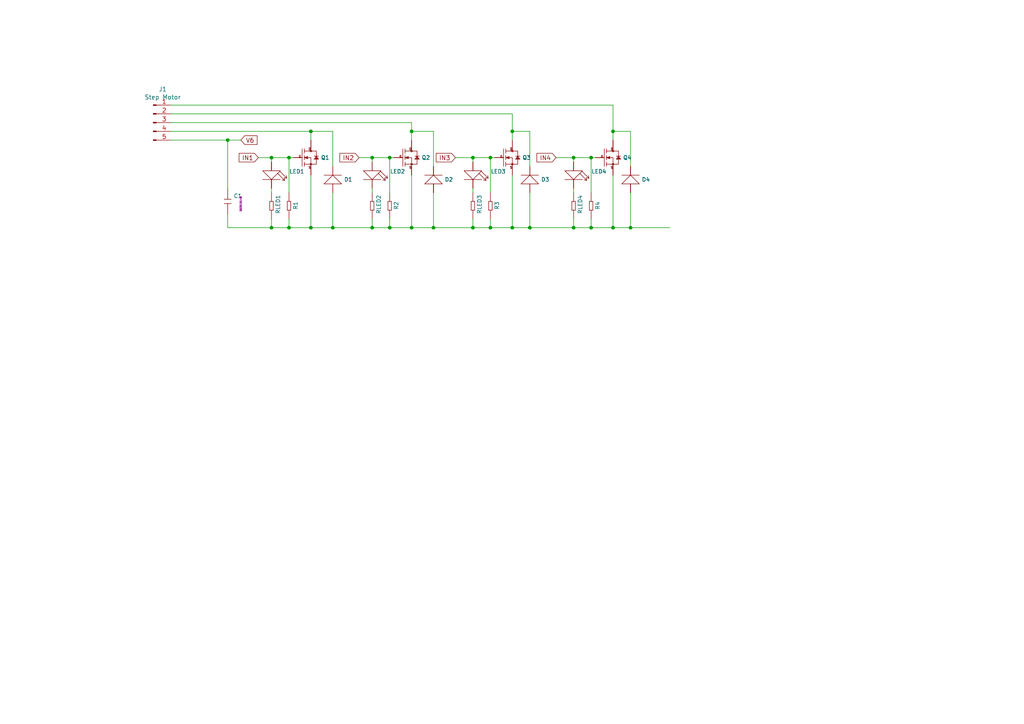
<source format=kicad_sch>
(kicad_sch (version 20231120) (generator "eeschema") (generator_version "8.0")
  (paper "A4")
  (lib_symbols
    (symbol "ULN2803-Mosfet-S2-Mini-rescue:CERAMIC-2.2UF-25V-10%-X7R_0805_-OPL_Capacitor" (pin_numbers hide) (pin_names (offset 1.016) hide)
      (property "Reference" "C" (at -3.81 1.27 0))
      (property "Value" "OPL_Capacitor_CERAMIC-2.2UF-25V-10%-X7R_0805_" (at -3.81 -2.54 0))
      (property "SKU" "302010148" (at 0.762 3.81 0))
      (symbol "CERAMIC-2.2UF-25V-10%-X7R_0805_-OPL_Capacitor_1_0"
        (polyline (pts (xy -1.27 0) (xy -0.635 0)))
        (polyline (pts (xy -0.635 -1.016) (xy -0.635 0)))
        (polyline (pts (xy -0.635 0) (xy -0.635 1.016)))
        (polyline (pts (xy 0.635 0) (xy 0.635 -1.016)))
        (polyline (pts (xy 0.635 0) (xy 1.27 0)))
        (polyline (pts (xy 0.635 1.016) (xy 0.635 0)))
      )
      (symbol "CERAMIC-2.2UF-25V-10%-X7R_0805_-OPL_Capacitor_1_1"
        (pin passive line (at -3.81 0 0) (length 2.54) (name "1") (number "1"))
        (pin passive line (at 3.81 0 180) (length 2.54) (name "2") (number "2"))
      )
    )
    (symbol "ULN2803-Mosfet-S2-Mini-rescue:Conn_01x05_Male-Connector" (pin_names (offset 1.016) hide)
      (property "Reference" "J" (at 0 7.62 0))
      (property "Value" "Connector_Conn_01x05_Male" (at 0 -7.62 0))
      (symbol "Conn_01x05_Male-Connector_1_1"
        (polyline (pts (xy 1.27 -5.08) (xy 0.8636 -5.08)) (stroke (width 0.1524)))
        (polyline (pts (xy 1.27 -2.54) (xy 0.8636 -2.54)) (stroke (width 0.1524)))
        (polyline (pts (xy 1.27 0) (xy 0.8636 0)) (stroke (width 0.1524)))
        (polyline (pts (xy 1.27 2.54) (xy 0.8636 2.54)) (stroke (width 0.1524)))
        (polyline (pts (xy 1.27 5.08) (xy 0.8636 5.08)) (stroke (width 0.1524)))
        (rectangle (start 0.8636 -4.953) (end 0 -5.207) (stroke (width 0.1524)) (fill (type outline)))
        (rectangle (start 0.8636 -2.413) (end 0 -2.667) (stroke (width 0.1524)) (fill (type outline)))
        (rectangle (start 0.8636 0.127) (end 0 -0.127) (stroke (width 0.1524)) (fill (type outline)))
        (rectangle (start 0.8636 2.667) (end 0 2.413) (stroke (width 0.1524)) (fill (type outline)))
        (rectangle (start 0.8636 5.207) (end 0 4.953) (stroke (width 0.1524)) (fill (type outline)))
        (pin passive line (at 5.08 5.08 180) (length 3.81) (name "Pin_1") (number "1"))
        (pin passive line (at 5.08 2.54 180) (length 3.81) (name "Pin_2") (number "2"))
        (pin passive line (at 5.08 0 180) (length 3.81) (name "Pin_3") (number "3"))
        (pin passive line (at 5.08 -2.54 180) (length 3.81) (name "Pin_4") (number "4"))
        (pin passive line (at 5.08 -5.08 180) (length 3.81) (name "Pin_5") (number "5"))
      )
    )
    (symbol "ULN2803-Mosfet-S2-Mini-rescue:SMD-DIODE-SCHOTTKY-20V-1A_SOD-123_-OPL_Discrete" (pin_numbers hide) (pin_names (offset 1.016) hide)
      (property "Reference" "D" (at -3.81 2.54 0))
      (property "Value" "OPL_Discrete_SMD-DIODE-SCHOTTKY-20V-1A_SOD-123_" (at -3.81 -3.81 0))
      (symbol "SMD-DIODE-SCHOTTKY-20V-1A_SOD-123_-OPL_Discrete_1_0"
        (polyline (pts (xy -1.27 -2.54) (xy -1.27 2.54)))
        (polyline (pts (xy -1.27 -2.54) (xy 1.27 0)))
        (polyline (pts (xy -1.27 2.54) (xy 1.27 0)))
        (polyline (pts (xy 1.27 2.54) (xy 1.27 -2.54)))
      )
      (symbol "SMD-DIODE-SCHOTTKY-20V-1A_SOD-123_-OPL_Discrete_1_1"
        (pin passive line (at -3.81 0 0) (length 2.54) (name "+") (number "1"))
        (pin passive line (at 3.81 0 180) (length 2.54) (name "-") (number "2"))
      )
    )
    (symbol "ULN2803-Mosfet-S2-Mini-rescue:SMD-LED-CLEAR-RED_0805_-OPL_Opto" (pin_numbers hide) (pin_names (offset 1.016) hide)
      (property "Reference" "D" (at -7.62 1.27 0))
      (property "Value" "OPL_Opto_SMD-LED-CLEAR-RED_0805_" (at -5.08 -5.08 0))
      (symbol "SMD-LED-CLEAR-RED_0805_-OPL_Opto_1_0"
        (polyline (pts (xy -1.27 -2.54) (xy -1.27 2.54)))
        (polyline (pts (xy -1.27 2.54) (xy -1.143 2.413)))
        (polyline (pts (xy -1.143 2.413) (xy -0.508 1.778)))
        (polyline (pts (xy -1.143 2.413) (xy 0.889 4.445)))
        (polyline (pts (xy -0.508 1.778) (xy 1.27 0)))
        (polyline (pts (xy -0.508 1.778) (xy 1.524 3.81)))
        (polyline (pts (xy 0.889 4.445) (xy 0.127 4.318)))
        (polyline (pts (xy 0.889 4.445) (xy 0.762 3.683)))
        (polyline (pts (xy 1.27 0) (xy -1.27 -2.54)))
        (polyline (pts (xy 1.27 2.54) (xy 1.27 -2.54)))
        (polyline (pts (xy 1.524 3.81) (xy 0.762 3.683)))
        (polyline (pts (xy 1.524 3.81) (xy 1.397 3.048)))
      )
      (symbol "SMD-LED-CLEAR-RED_0805_-OPL_Opto_1_1"
        (pin passive line (at -3.81 0 0) (length 2.54) (name "+") (number "1"))
        (pin passive line (at 3.81 0 180) (length 2.54) (name "-") (number "2"))
      )
    )
    (symbol "ULN2803-Mosfet-S2-Mini-rescue:SMD-MOSFET-N-CH-20V-2.1A-CJ2302_SOT-23_-OPL_Discrete" (pin_numbers hide) (pin_names (offset 1.016) hide)
      (property "Reference" "Q" (at -3.81 2.54 0))
      (property "Value" "OPL_Discrete_SMD-MOSFET-N-CH-20V-2.1A-CJ2302_SOT-23_" (at 0 2.54 0))
      (symbol "SMD-MOSFET-N-CH-20V-2.1A-CJ2302_SOT-23_-OPL_Discrete_1_0"
        (polyline (pts (xy -2.54 2.54) (xy -2.54 -2.54)))
        (polyline (pts (xy -1.905 -2.54) (xy -1.905 -1.905)))
        (polyline (pts (xy -1.905 -1.905) (xy -1.905 -1.27)))
        (polyline (pts (xy -1.905 -1.905) (xy 0 -1.905)))
        (polyline (pts (xy -1.905 0) (xy -1.905 -0.635)))
        (polyline (pts (xy -1.905 0) (xy -0.9398 -0.3048)))
        (polyline (pts (xy -1.905 0) (xy -0.9398 0.3048)))
        (polyline (pts (xy -1.905 0.635) (xy -1.905 0)))
        (polyline (pts (xy -1.905 1.905) (xy -1.905 1.27)))
        (polyline (pts (xy -1.905 1.905) (xy 0 1.905)))
        (polyline (pts (xy -1.905 2.54) (xy -1.905 1.905)))
        (polyline (pts (xy -1.5748 0) (xy -0.9398 -0.3048)))
        (polyline (pts (xy -0.9398 -0.3048) (xy -1.397 0.127)))
        (polyline (pts (xy -0.9398 -0.3048) (xy -0.9398 0.3048)))
        (polyline (pts (xy -0.9398 0.3048) (xy -1.5748 0)))
        (polyline (pts (xy 0 -1.905) (xy 0 -2.54)))
        (polyline (pts (xy 0 0) (xy -1.5748 0)))
        (polyline (pts (xy 0 0) (xy 0 -1.905)))
        (polyline (pts (xy 0 1.905) (xy 1.5748 1.905)))
        (polyline (pts (xy 0 2.54) (xy 0 1.905)))
        (polyline (pts (xy 0.9398 -0.4318) (xy 1.5748 0.4318)))
        (polyline (pts (xy 1.27 -0.4318) (xy 0.9398 -0.4318)))
        (polyline (pts (xy 1.5748 -1.905) (xy 0 -1.905)))
        (polyline (pts (xy 1.5748 -1.905) (xy 1.5748 0)))
        (polyline (pts (xy 1.5748 0) (xy 1.27 -0.4318)))
        (polyline (pts (xy 1.5748 0) (xy 1.27 -0.3048)))
        (polyline (pts (xy 1.5748 0) (xy 1.5748 0.4318)))
        (polyline (pts (xy 1.5748 0.4318) (xy 0.9398 0.4318)))
        (polyline (pts (xy 1.5748 0.4318) (xy 1.5748 1.905)))
        (polyline (pts (xy 1.5748 0.4318) (xy 2.2098 -0.4318)))
        (polyline (pts (xy 1.905 -0.4318) (xy 1.27 -0.4318)))
        (polyline (pts (xy 1.905 -0.4318) (xy 1.5748 0)))
        (polyline (pts (xy 1.905 -0.3048) (xy 1.5748 0)))
        (polyline (pts (xy 2.2098 -0.4318) (xy 1.905 -0.4318)))
        (polyline (pts (xy 2.2098 0.4318) (xy 1.5748 0.4318)))
        (text "D" (at -0.3302 2.5146 0) (effects (font (size 0.6604 0.6604))))
        (text "G" (at -3.175 0.3048 0) (effects (font (size 0.6604 0.6604))))
        (text "S" (at -0.3302 -2.8448 0) (effects (font (size 0.6604 0.6604))))
      )
      (symbol "SMD-MOSFET-N-CH-20V-2.1A-CJ2302_SOT-23_-OPL_Discrete_1_1"
        (circle (center 0 -1.905) (radius 0.254))
        (circle (center 0 1.905) (radius 0.254))
        (pin passive line (at -5.08 0 0) (length 2.54) (name "G") (number "1"))
        (pin passive line (at 0 -5.08 90) (length 2.54) (name "S") (number "2"))
        (pin passive line (at 0 5.08 270) (length 2.54) (name "D") (number "3"))
      )
    )
    (symbol "ULN2803-Mosfet-S2-Mini-rescue:SMD-RES-220R-5%-1_8W_0805_-OPL_Resistor" (pin_numbers hide) (pin_names (offset 1.016) hide)
      (property "Reference" "R" (at -3.81 1.27 0))
      (property "Value" "OPL_Resistor_SMD-RES-220R-5%-1_8W_0805_" (at -3.81 -2.54 0))
      (symbol "SMD-RES-220R-5%-1_8W_0805_-OPL_Resistor_1_0"
        (polyline (pts (xy -1.27 -0.508) (xy -1.27 0.508)))
        (polyline (pts (xy -1.27 0.508) (xy 1.27 0.508)))
        (polyline (pts (xy 1.27 -0.508) (xy -1.27 -0.508)))
        (polyline (pts (xy 1.27 0.508) (xy 1.27 -0.508)))
      )
      (symbol "SMD-RES-220R-5%-1_8W_0805_-OPL_Resistor_1_1"
        (pin passive line (at -3.81 0 0) (length 2.54) (name "1") (number "1"))
        (pin passive line (at 3.81 0 180) (length 2.54) (name "2") (number "2"))
      )
    )
    (symbol "ULN2803-Mosfet-S2-Mini-rescue:SMD-RES-4.7K-5%-1_8W_0805_-OPL_Resistor" (pin_numbers hide) (pin_names (offset 1.016) hide)
      (property "Reference" "R" (at -3.81 1.27 0))
      (property "Value" "OPL_Resistor_SMD-RES-4.7K-5%-1_8W_0805_" (at -3.81 -2.54 0))
      (symbol "SMD-RES-4.7K-5%-1_8W_0805_-OPL_Resistor_1_0"
        (polyline (pts (xy -1.27 -0.508) (xy -1.27 0.508)))
        (polyline (pts (xy -1.27 0.508) (xy 1.27 0.508)))
        (polyline (pts (xy 1.27 -0.508) (xy -1.27 -0.508)))
        (polyline (pts (xy 1.27 0.508) (xy 1.27 -0.508)))
      )
      (symbol "SMD-RES-4.7K-5%-1_8W_0805_-OPL_Resistor_1_1"
        (pin passive line (at -3.81 0 0) (length 2.54) (name "1") (number "1"))
        (pin passive line (at 3.81 0 180) (length 2.54) (name "2") (number "2"))
      )
    )
  )
  (junction (at 137.16 66.04))
  (junction (at 113.03 66.04))
  (junction (at 142.24 45.72))
  (junction (at 125.73 66.04))
  (junction (at 90.17 38.1))
  (junction (at 177.8 66.04))
  (junction (at 142.24 66.04))
  (junction (at 119.38 66.04))
  (junction (at 96.52 66.04))
  (junction (at 78.74 45.72))
  (junction (at 171.45 66.04))
  (junction (at 166.37 45.72))
  (junction (at 119.38 38.1))
  (junction (at 107.95 45.72))
  (junction (at 113.03 45.72))
  (junction (at 182.88 66.04))
  (junction (at 137.16 45.72))
  (junction (at 166.37 66.04))
  (junction (at 148.59 38.1))
  (junction (at 83.82 45.72))
  (junction (at 148.59 66.04))
  (junction (at 171.45 45.72))
  (junction (at 90.17 66.04))
  (junction (at 83.82 66.04))
  (junction (at 107.95 66.04))
  (junction (at 66.04 40.64))
  (junction (at 78.74 66.04))
  (junction (at 177.8 38.1))
  (junction (at 153.67 66.04))
  (wire (pts (xy 83.82 66.04) (xy 90.17 66.04)))
  (wire (pts (xy 166.37 66.04) (xy 171.45 66.04)))
  (wire (pts (xy 125.73 55.88) (xy 125.73 66.04)))
  (wire (pts (xy 182.88 66.04) (xy 194.31 66.04)))
  (wire (pts (xy 161.29 45.72) (xy 166.37 45.72)))
  (wire (pts (xy 153.67 48.26) (xy 153.67 38.1)))
  (wire (pts (xy 171.45 63.5) (xy 171.45 66.04)))
  (wire (pts (xy 49.53 40.64) (xy 66.04 40.64)))
  (wire (pts (xy 153.67 55.88) (xy 153.67 66.04)))
  (wire (pts (xy 107.95 63.5) (xy 107.95 66.04)))
  (wire (pts (xy 177.8 38.1) (xy 177.8 30.48)))
  (wire (pts (xy 78.74 63.5) (xy 78.74 66.04)))
  (wire (pts (xy 78.74 55.88) (xy 78.74 54.61)))
  (wire (pts (xy 113.03 55.88) (xy 113.03 45.72)))
  (wire (pts (xy 166.37 45.72) (xy 171.45 45.72)))
  (wire (pts (xy 83.82 55.88) (xy 83.82 45.72)))
  (wire (pts (xy 66.04 62.23) (xy 66.04 66.04)))
  (wire (pts (xy 153.67 66.04) (xy 166.37 66.04)))
  (wire (pts (xy 90.17 38.1) (xy 90.17 40.64)))
  (wire (pts (xy 125.73 48.26) (xy 125.73 38.1)))
  (wire (pts (xy 148.59 38.1) (xy 148.59 40.64)))
  (wire (pts (xy 96.52 66.04) (xy 90.17 66.04)))
  (wire (pts (xy 177.8 50.8) (xy 177.8 66.04)))
  (wire (pts (xy 171.45 55.88) (xy 171.45 45.72)))
  (wire (pts (xy 137.16 63.5) (xy 137.16 66.04)))
  (wire (pts (xy 142.24 63.5) (xy 142.24 66.04)))
  (wire (pts (xy 96.52 48.26) (xy 96.52 38.1)))
  (wire (pts (xy 66.04 40.64) (xy 66.04 54.61)))
  (wire (pts (xy 142.24 45.72) (xy 143.51 45.72)))
  (wire (pts (xy 107.95 45.72) (xy 113.03 45.72)))
  (wire (pts (xy 96.52 66.04) (xy 107.95 66.04)))
  (wire (pts (xy 148.59 38.1) (xy 148.59 33.02)))
  (wire (pts (xy 119.38 38.1) (xy 119.38 35.56)))
  (wire (pts (xy 182.88 38.1) (xy 177.8 38.1)))
  (wire (pts (xy 78.74 46.99) (xy 78.74 45.72)))
  (wire (pts (xy 142.24 66.04) (xy 148.59 66.04)))
  (wire (pts (xy 142.24 55.88) (xy 142.24 45.72)))
  (wire (pts (xy 78.74 45.72) (xy 83.82 45.72)))
  (wire (pts (xy 104.14 45.72) (xy 107.95 45.72)))
  (wire (pts (xy 69.85 40.64) (xy 66.04 40.64)))
  (wire (pts (xy 177.8 38.1) (xy 177.8 40.64)))
  (wire (pts (xy 182.88 55.88) (xy 182.88 66.04)))
  (wire (pts (xy 137.16 45.72) (xy 142.24 45.72)))
  (wire (pts (xy 107.95 55.88) (xy 107.95 54.61)))
  (wire (pts (xy 125.73 66.04) (xy 137.16 66.04)))
  (wire (pts (xy 107.95 66.04) (xy 113.03 66.04)))
  (wire (pts (xy 83.82 63.5) (xy 83.82 66.04)))
  (wire (pts (xy 148.59 33.02) (xy 49.53 33.02)))
  (wire (pts (xy 119.38 38.1) (xy 119.38 40.64)))
  (wire (pts (xy 119.38 50.8) (xy 119.38 66.04)))
  (wire (pts (xy 107.95 46.99) (xy 107.95 45.72)))
  (wire (pts (xy 83.82 45.72) (xy 85.09 45.72)))
  (wire (pts (xy 78.74 66.04) (xy 83.82 66.04)))
  (wire (pts (xy 177.8 30.48) (xy 49.53 30.48)))
  (wire (pts (xy 119.38 35.56) (xy 49.53 35.56)))
  (wire (pts (xy 125.73 38.1) (xy 119.38 38.1)))
  (wire (pts (xy 96.52 55.88) (xy 96.52 66.04)))
  (wire (pts (xy 182.88 66.04) (xy 177.8 66.04)))
  (wire (pts (xy 137.16 46.99) (xy 137.16 45.72)))
  (wire (pts (xy 166.37 55.88) (xy 166.37 54.61)))
  (wire (pts (xy 132.08 45.72) (xy 137.16 45.72)))
  (wire (pts (xy 74.93 45.72) (xy 78.74 45.72)))
  (wire (pts (xy 113.03 45.72) (xy 114.3 45.72)))
  (wire (pts (xy 153.67 38.1) (xy 148.59 38.1)))
  (wire (pts (xy 137.16 66.04) (xy 142.24 66.04)))
  (wire (pts (xy 166.37 46.99) (xy 166.37 45.72)))
  (wire (pts (xy 66.04 66.04) (xy 78.74 66.04)))
  (wire (pts (xy 113.03 66.04) (xy 119.38 66.04)))
  (wire (pts (xy 137.16 55.88) (xy 137.16 54.61)))
  (wire (pts (xy 148.59 50.8) (xy 148.59 66.04)))
  (wire (pts (xy 166.37 63.5) (xy 166.37 66.04)))
  (wire (pts (xy 153.67 66.04) (xy 148.59 66.04)))
  (wire (pts (xy 125.73 66.04) (xy 119.38 66.04)))
  (wire (pts (xy 182.88 48.26) (xy 182.88 38.1)))
  (wire (pts (xy 90.17 50.8) (xy 90.17 66.04)))
  (wire (pts (xy 171.45 45.72) (xy 172.72 45.72)))
  (wire (pts (xy 96.52 38.1) (xy 90.17 38.1)))
  (wire (pts (xy 171.45 66.04) (xy 177.8 66.04)))
  (wire (pts (xy 113.03 63.5) (xy 113.03 66.04)))
  (wire (pts (xy 90.17 38.1) (xy 49.53 38.1)))
  (global_label "IN4" (shape input) (at 161.29 45.72 180) (property "Intersheetrefs" "${INTERSHEET_REFS}" (effects (hide yes))))
  (global_label "IN2" (shape input) (at 104.14 45.72 180) (property "Intersheetrefs" "${INTERSHEET_REFS}" (effects (hide yes))))
  (global_label "V6" (shape input) (at 69.85 40.64 0) (property "Intersheetrefs" "${INTERSHEET_REFS}" (effects (hide yes))))
  (global_label "IN3" (shape input) (at 132.08 45.72 180) (property "Intersheetrefs" "${INTERSHEET_REFS}" (effects (hide yes))))
  (global_label "IN1" (shape input) (at 74.93 45.72 180) (property "Intersheetrefs" "${INTERSHEET_REFS}" (effects (hide yes))))
  (symbol (lib_id "ULN2803-Mosfet-S2-Mini-rescue:SMD-DIODE-SCHOTTKY-20V-1A_SOD-123_-OPL_Discrete") (at 96.52 52.07 90) (unit 1)
    (property "Reference" "D1" (at 99.7712 52.07 90) (effects (font (size 1.143 1.143)) (justify right)))
    (property "Value" "SMD-DIODE-SCHOTTKY-20V-1A_SOD-123_" (effects (hide yes)))
    (property "Footprint" "Diode_SMD:D_0805_2012Metric" (effects (hide yes)))
    (property "MPN" "B5819W" (effects (hide yes)))
    (property "SKU" "304020034" (effects (hide yes)))
    (property "LCSC" "C84354" (effects (hide yes)))
  )
  (symbol (lib_id "ULN2803-Mosfet-S2-Mini-rescue:SMD-LED-CLEAR-RED_0805_-OPL_Opto") (at 166.37 50.8 270) (unit 1)
    (property "Reference" "LED4" (at 171.5262 49.7332 90) (effects (font (size 1.143 1.143)) (justify left)))
    (property "Value" "SMD-LED-CLEAR-RED_0805_" (effects (hide yes)))
    (property "Footprint" "Library:LED-0805" (effects (hide yes)))
    (property "MPN" "17-215SURC_S530-A2_TR8" (effects (hide yes)))
    (property "SKU" "304090046" (effects (hide yes)))
    (property "LCSC" "C2764885" (effects (hide yes)))
  )
  (symbol (lib_id "ULN2803-Mosfet-S2-Mini-rescue:SMD-MOSFET-N-CH-20V-2.1A-CJ2302_SOT-23_-OPL_Discrete") (at 119.38 45.72 0) (unit 1)
    (property "Reference" "Q2" (at 122.2756 45.72 0) (effects (font (size 1.143 1.143)) (justify left)))
    (property "Value" "SMD-MOSFET-N-CH-20V-2.1A-CJ2302_SOT-23_" (effects (hide yes)))
    (property "Footprint" "Library:SOT95P240X115-3N" (effects (hide yes)))
    (property "MPN" "CJ2302" (effects (hide yes)))
    (property "SKU" "305030015" (effects (hide yes)))
    (property "LCSC" "C91104" (effects (hide yes)))
  )
  (symbol (lib_id "ULN2803-Mosfet-S2-Mini-rescue:SMD-MOSFET-N-CH-20V-2.1A-CJ2302_SOT-23_-OPL_Discrete") (at 177.8 45.72 0) (unit 1)
    (property "Reference" "Q4" (at 180.6956 45.72 0) (effects (font (size 1.143 1.143)) (justify left)))
    (property "Value" "SMD-MOSFET-N-CH-20V-2.1A-CJ2302_SOT-23_" (effects (hide yes)))
    (property "Footprint" "Library:SOT95P240X115-3N" (effects (hide yes)))
    (property "MPN" "CJ2302" (effects (hide yes)))
    (property "SKU" "305030015" (effects (hide yes)))
    (property "LCSC" "C91104" (effects (hide yes)))
  )
  (symbol (lib_id "ULN2803-Mosfet-S2-Mini-rescue:SMD-MOSFET-N-CH-20V-2.1A-CJ2302_SOT-23_-OPL_Discrete") (at 90.17 45.72 0) (unit 1)
    (property "Reference" "Q1" (at 93.0656 45.72 0) (effects (font (size 1.143 1.143)) (justify left)))
    (property "Value" "SMD-MOSFET-N-CH-20V-2.1A-CJ2302_SOT-23_" (effects (hide yes)))
    (property "Footprint" "Library:SOT95P240X115-3N" (effects (hide yes)))
    (property "MPN" "CJ2302" (effects (hide yes)))
    (property "SKU" "305030015" (effects (hide yes)))
    (property "LCSC" "C91104" (effects (hide yes)))
  )
  (symbol (lib_id "ULN2803-Mosfet-S2-Mini-rescue:SMD-DIODE-SCHOTTKY-20V-1A_SOD-123_-OPL_Discrete") (at 182.88 52.07 90) (unit 1)
    (property "Reference" "D4" (at 186.1312 52.07 90) (effects (font (size 1.143 1.143)) (justify right)))
    (property "Value" "SMD-DIODE-SCHOTTKY-20V-1A_SOD-123_" (effects (hide yes)))
    (property "Footprint" "Diode_SMD:D_0805_2012Metric" (effects (hide yes)))
    (property "MPN" "B5819W" (effects (hide yes)))
    (property "SKU" "304020034" (effects (hide yes)))
    (property "LCSC" "C84354" (effects (hide yes)))
  )
  (symbol (lib_id "ULN2803-Mosfet-S2-Mini-rescue:SMD-RES-4.7K-5%-1_8W_0805_-OPL_Resistor") (at 113.03 59.69 270) (unit 1)
    (property "Reference" "R2" (at 114.935 58.42 0) (effects (font (size 1.143 1.143)) (justify left)))
    (property "Value" "SMD-RES-4.7K-5%-1_8W_0805_" (effects (hide yes)))
    (property "Footprint" "Resistor_SMD:R_0815_2038Metric" (effects (hide yes)))
    (property "MPN" "RC0805JR-074K7L" (effects (hide yes)))
    (property "SKU" "301010306" (effects (hide yes)))
    (property "LCSC" "C473295" (effects (hide yes)))
  )
  (symbol (lib_id "ULN2803-Mosfet-S2-Mini-rescue:SMD-LED-CLEAR-RED_0805_-OPL_Opto") (at 137.16 50.8 270) (unit 1)
    (property "Reference" "LED3" (at 142.3162 49.7332 90) (effects (font (size 1.143 1.143)) (justify left)))
    (property "Value" "SMD-LED-CLEAR-RED_0805_" (effects (hide yes)))
    (property "Footprint" "Library:LED-0805" (effects (hide yes)))
    (property "MPN" "17-215SURC_S530-A2_TR8" (effects (hide yes)))
    (property "SKU" "304090046" (effects (hide yes)))
    (property "LCSC" "C2764885" (effects (hide yes)))
  )
  (symbol (lib_id "ULN2803-Mosfet-S2-Mini-rescue:SMD-MOSFET-N-CH-20V-2.1A-CJ2302_SOT-23_-OPL_Discrete") (at 148.59 45.72 0) (unit 1)
    (property "Reference" "Q3" (at 151.4856 45.72 0) (effects (font (size 1.143 1.143)) (justify left)))
    (property "Value" "SMD-MOSFET-N-CH-20V-2.1A-CJ2302_SOT-23_" (effects (hide yes)))
    (property "Footprint" "Library:SOT95P240X115-3N" (effects (hide yes)))
    (property "MPN" "CJ2302" (effects (hide yes)))
    (property "SKU" "305030015" (effects (hide yes)))
    (property "LCSC" "C91104" (effects (hide yes)))
  )
  (symbol (lib_id "ULN2803-Mosfet-S2-Mini-rescue:SMD-RES-220R-5%-1_8W_0805_-OPL_Resistor") (at 137.16 59.69 270) (unit 1)
    (property "Reference" "RLED3" (at 139.065 56.515 0) (effects (font (size 1.143 1.143)) (justify left)))
    (property "Value" "SMD-RES-220R-5%-1_8W_0805_" (effects (hide yes)))
    (property "Footprint" "Resistor_SMD:R_0805_2012Metric" (effects (hide yes)))
    (property "MPN" "RC0805JR-07220RL" (effects (hide yes)))
    (property "SKU" "301010315" (effects (hide yes)))
    (property "LCSC" "C365277" (effects (hide yes)))
  )
  (symbol (lib_id "ULN2803-Mosfet-S2-Mini-rescue:SMD-RES-4.7K-5%-1_8W_0805_-OPL_Resistor") (at 171.45 59.69 270) (unit 1)
    (property "Reference" "R4" (at 173.355 58.42 0) (effects (font (size 1.143 1.143)) (justify left)))
    (property "Value" "SMD-RES-4.7K-5%-1_8W_0805_" (effects (hide yes)))
    (property "Footprint" "Resistor_SMD:R_0815_2038Metric" (effects (hide yes)))
    (property "MPN" "RC0805JR-074K7L" (effects (hide yes)))
    (property "SKU" "301010306" (effects (hide yes)))
    (property "LCSC" "C473295" (effects (hide yes)))
  )
  (symbol (lib_id "ULN2803-Mosfet-S2-Mini-rescue:SMD-RES-220R-5%-1_8W_0805_-OPL_Resistor") (at 78.74 59.69 270) (unit 1)
    (property "Reference" "RLED1" (at 80.645 56.515 0) (effects (font (size 1.143 1.143)) (justify left)))
    (property "Value" "SMD-RES-220R-5%-1_8W_0805_" (effects (hide yes)))
    (property "Footprint" "Resistor_SMD:R_0805_2012Metric" (effects (hide yes)))
    (property "MPN" "RC0805JR-07220RL" (effects (hide yes)))
    (property "SKU" "301010315" (effects (hide yes)))
    (property "LCSC" "C365277" (effects (hide yes)))
  )
  (symbol (lib_id "ULN2803-Mosfet-S2-Mini-rescue:SMD-LED-CLEAR-RED_0805_-OPL_Opto") (at 107.95 50.8 270) (unit 1)
    (property "Reference" "LED2" (at 113.1062 49.7332 90) (effects (font (size 1.143 1.143)) (justify left)))
    (property "Value" "SMD-LED-CLEAR-RED_0805_" (effects (hide yes)))
    (property "Footprint" "Library:LED-0805" (effects (hide yes)))
    (property "MPN" "17-215SURC_S530-A2_TR8" (effects (hide yes)))
    (property "SKU" "304090046" (effects (hide yes)))
    (property "LCSC" "C2764885" (effects (hide yes)))
  )
  (symbol (lib_id "ULN2803-Mosfet-S2-Mini-rescue:Conn_01x05_Male-Connector") (at 44.45 35.56 0) (unit 1)
    (property "Reference" "J1" (at 47.1932 25.8826 0))
    (property "Value" "Step Motor" (at 47.1932 28.194 0))
    (property "Footprint" "Connector_JST:JST_EH_B5B-EH-A_1x05_P2.50mm_Vertical" (effects (hide yes)))
  )
  (symbol (lib_id "ULN2803-Mosfet-S2-Mini-rescue:SMD-RES-4.7K-5%-1_8W_0805_-OPL_Resistor") (at 83.82 59.69 270) (unit 1)
    (property "Reference" "R1" (at 85.725 58.42 0) (effects (font (size 1.143 1.143)) (justify left)))
    (property "Value" "SMD-RES-4.7K-5%-1_8W_0805_" (effects (hide yes)))
    (property "Footprint" "Resistor_SMD:R_0815_2038Metric" (effects (hide yes)))
    (property "MPN" "RC0805JR-074K7L" (effects (hide yes)))
    (property "SKU" "301010306" (effects (hide yes)))
    (property "LCSC" "C473295" (effects (hide yes)))
  )
  (symbol (lib_id "ULN2803-Mosfet-S2-Mini-rescue:SMD-RES-220R-5%-1_8W_0805_-OPL_Resistor") (at 166.37 59.69 270) (unit 1)
    (property "Reference" "RLED4" (at 168.275 56.515 0) (effects (font (size 1.143 1.143)) (justify left)))
    (property "Value" "SMD-RES-220R-5%-1_8W_0805_" (effects (hide yes)))
    (property "Footprint" "Resistor_SMD:R_0805_2012Metric" (effects (hide yes)))
    (property "MPN" "RC0805JR-07220RL" (effects (hide yes)))
    (property "SKU" "301010315" (effects (hide yes)))
    (property "LCSC" "C365277" (effects (hide yes)))
  )
  (symbol (lib_id "ULN2803-Mosfet-S2-Mini-rescue:SMD-RES-220R-5%-1_8W_0805_-OPL_Resistor") (at 107.95 59.69 270) (unit 1)
    (property "Reference" "RLED2" (at 109.855 56.515 0) (effects (font (size 1.143 1.143)) (justify left)))
    (property "Value" "SMD-RES-220R-5%-1_8W_0805_" (effects (hide yes)))
    (property "Footprint" "Resistor_SMD:R_0805_2012Metric" (effects (hide yes)))
    (property "MPN" "RC0805JR-07220RL" (effects (hide yes)))
    (property "SKU" "301010315" (effects (hide yes)))
    (property "LCSC" "C365277" (effects (hide yes)))
  )
  (symbol (lib_id "ULN2803-Mosfet-S2-Mini-rescue:SMD-DIODE-SCHOTTKY-20V-1A_SOD-123_-OPL_Discrete") (at 153.67 52.07 90) (unit 1)
    (property "Reference" "D3" (at 156.9212 52.07 90) (effects (font (size 1.143 1.143)) (justify right)))
    (property "Value" "SMD-DIODE-SCHOTTKY-20V-1A_SOD-123_" (effects (hide yes)))
    (property "Footprint" "Diode_SMD:D_0805_2012Metric" (effects (hide yes)))
    (property "MPN" "B5819W" (effects (hide yes)))
    (property "SKU" "304020034" (effects (hide yes)))
    (property "LCSC" "C84354" (effects (hide yes)))
  )
  (symbol (lib_id "ULN2803-Mosfet-S2-Mini-rescue:CERAMIC-2.2UF-25V-10%-X7R_0805_-OPL_Capacitor") (at 66.04 58.42 270) (unit 1)
    (property "Reference" "C1" (at 67.7672 56.8198 90) (effects (font (size 1.143 1.143)) (justify left)))
    (property "Value" "CERAMIC-10UF-10V-10%-X7R_0805_" (effects (hide yes)))
    (property "Footprint" "Capacitor_SMD:C_0805_2012Metric" (effects (hide yes)))
    (property "MPN" "CC0805KKX7R8BB225" (effects (hide yes)))
    (property "SKU" "302010148" (at 69.85 59.182 0) (effects (font (size 0.508 0.508))))
    (property "LCSC" "C126586" (effects (hide yes)))
  )
  (symbol (lib_id "ULN2803-Mosfet-S2-Mini-rescue:SMD-RES-4.7K-5%-1_8W_0805_-OPL_Resistor") (at 142.24 59.69 270) (unit 1)
    (property "Reference" "R3" (at 144.145 58.42 0) (effects (font (size 1.143 1.143)) (justify left)))
    (property "Value" "SMD-RES-4.7K-5%-1_8W_0805_" (effects (hide yes)))
    (property "Footprint" "Resistor_SMD:R_0815_2038Metric" (effects (hide yes)))
    (property "MPN" "RC0805JR-074K7L" (effects (hide yes)))
    (property "SKU" "301010306" (effects (hide yes)))
    (property "LCSC" "C473295" (effects (hide yes)))
  )
  (symbol (lib_id "ULN2803-Mosfet-S2-Mini-rescue:SMD-DIODE-SCHOTTKY-20V-1A_SOD-123_-OPL_Discrete") (at 125.73 52.07 90) (unit 1)
    (property "Reference" "D2" (at 128.9812 52.07 90) (effects (font (size 1.143 1.143)) (justify right)))
    (property "Value" "SMD-DIODE-SCHOTTKY-20V-1A_SOD-123_" (effects (hide yes)))
    (property "Footprint" "Diode_SMD:D_0805_2012Metric" (effects (hide yes)))
    (property "MPN" "B5819W" (effects (hide yes)))
    (property "SKU" "304020034" (effects (hide yes)))
    (property "LCSC" "C84354" (effects (hide yes)))
  )
  (symbol (lib_id "ULN2803-Mosfet-S2-Mini-rescue:SMD-LED-CLEAR-RED_0805_-OPL_Opto") (at 78.74 50.8 270) (unit 1)
    (property "Reference" "LED1" (at 83.8962 49.7332 90) (effects (font (size 1.143 1.143)) (justify left)))
    (property "Value" "SMD-LED-CLEAR-RED_0805_" (effects (hide yes)))
    (property "Footprint" "Library:LED-0805" (effects (hide yes)))
    (property "MPN" "17-215SURC_S530-A2_TR8" (effects (hide yes)))
    (property "SKU" "304090046" (effects (hide yes)))
    (property "LCSC" "C2764885" (effects (hide yes)))
  )
)
</source>
